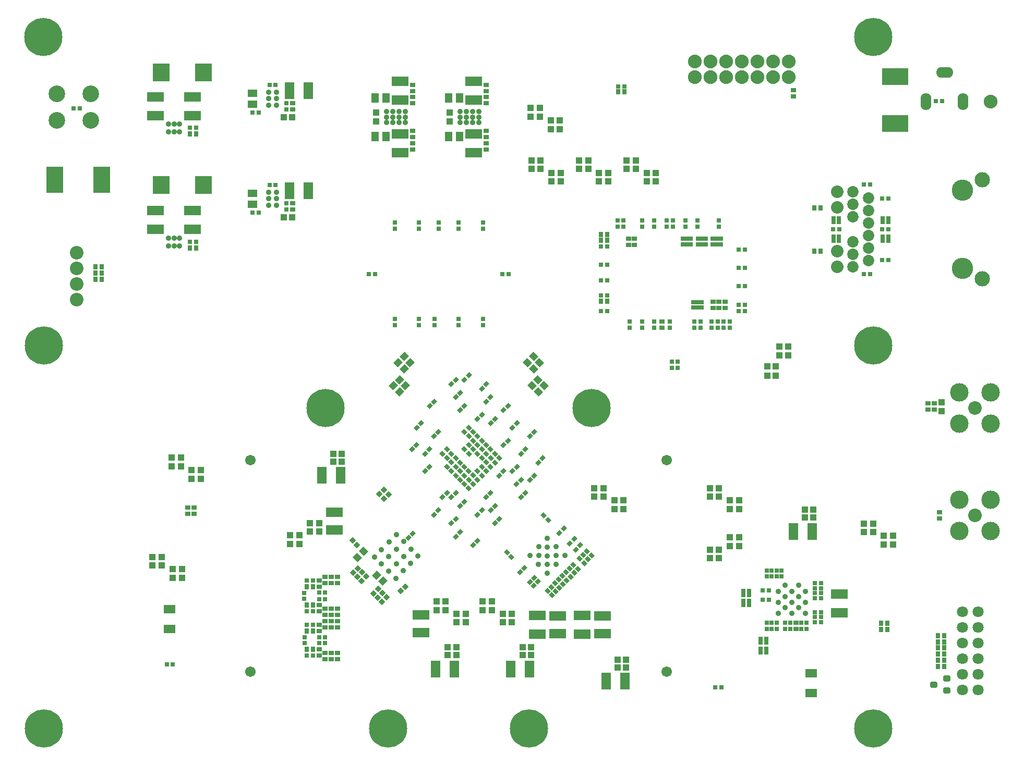
<source format=gbs>
G04 Layer_Color=16711935*
%FSLAX44Y44*%
%MOMM*%
G71*
G01*
G75*
%ADD77C,2.0320*%
%ADD108R,0.8032X0.7032*%
%ADD109R,1.0032X1.1032*%
G04:AMPARAMS|DCode=115|XSize=0.7032mm|YSize=0.8032mm|CornerRadius=0mm|HoleSize=0mm|Usage=FLASHONLY|Rotation=135.000|XOffset=0mm|YOffset=0mm|HoleType=Round|Shape=Rectangle|*
%AMROTATEDRECTD115*
4,1,4,0.5326,0.0354,-0.0354,-0.5326,-0.5326,-0.0354,0.0354,0.5326,0.5326,0.0354,0.0*
%
%ADD115ROTATEDRECTD115*%

G04:AMPARAMS|DCode=116|XSize=0.7032mm|YSize=0.8032mm|CornerRadius=0mm|HoleSize=0mm|Usage=FLASHONLY|Rotation=45.000|XOffset=0mm|YOffset=0mm|HoleType=Round|Shape=Rectangle|*
%AMROTATEDRECTD116*
4,1,4,0.0354,-0.5326,-0.5326,0.0354,-0.0354,0.5326,0.5326,-0.0354,0.0354,-0.5326,0.0*
%
%ADD116ROTATEDRECTD116*%

%ADD117R,2.8032X1.6032*%
%ADD119R,0.8128X0.8032*%
G04:AMPARAMS|DCode=122|XSize=0.8128mm|YSize=0.8032mm|CornerRadius=0mm|HoleSize=0mm|Usage=FLASHONLY|Rotation=45.000|XOffset=0mm|YOffset=0mm|HoleType=Round|Shape=Rectangle|*
%AMROTATEDRECTD122*
4,1,4,-0.0034,-0.5713,-0.5713,-0.0034,0.0034,0.5713,0.5713,0.0034,-0.0034,-0.5713,0.0*
%
%ADD122ROTATEDRECTD122*%

%ADD123R,0.8032X0.8128*%
%ADD124R,0.7532X0.7032*%
%ADD126R,0.7032X0.8032*%
G04:AMPARAMS|DCode=154|XSize=0.8128mm|YSize=0.8032mm|CornerRadius=0mm|HoleSize=0mm|Usage=FLASHONLY|Rotation=315.000|XOffset=0mm|YOffset=0mm|HoleType=Round|Shape=Rectangle|*
%AMROTATEDRECTD154*
4,1,4,-0.5713,0.0034,-0.0034,0.5713,0.5713,-0.0034,0.0034,-0.5713,-0.5713,0.0034,0.0*
%
%ADD154ROTATEDRECTD154*%

%ADD157R,1.6032X2.8032*%
%ADD162R,1.1032X1.0032*%
%ADD163C,1.7032*%
%ADD166C,0.9032*%
%ADD167O,2.8032X1.7432*%
%ADD168O,1.7432X2.8032*%
%ADD169C,2.2352*%
%ADD170C,1.8542*%
%ADD171C,3.4544*%
%ADD172C,2.4892*%
%ADD173C,1.8032*%
%ADD176C,6.2032*%
%ADD177C,2.2032*%
%ADD179C,3.0032*%
%ADD180C,2.7032*%
%ADD181R,4.2032X2.7032*%
%ADD182R,2.7032X4.2032*%
%ADD183R,1.9032X1.4532*%
%ADD184R,2.7032X3.0032*%
%ADD185R,1.3032X1.6032*%
%ADD186R,1.6032X1.3032*%
G04:AMPARAMS|DCode=187|XSize=1.1032mm|YSize=1.0032mm|CornerRadius=0mm|HoleSize=0mm|Usage=FLASHONLY|Rotation=315.000|XOffset=0mm|YOffset=0mm|HoleType=Round|Shape=Rectangle|*
%AMROTATEDRECTD187*
4,1,4,-0.7447,0.0354,-0.0354,0.7447,0.7447,-0.0354,0.0354,-0.7447,-0.7447,0.0354,0.0*
%
%ADD187ROTATEDRECTD187*%

G04:AMPARAMS|DCode=188|XSize=1.1032mm|YSize=1.0032mm|CornerRadius=0mm|HoleSize=0mm|Usage=FLASHONLY|Rotation=45.000|XOffset=0mm|YOffset=0mm|HoleType=Round|Shape=Rectangle|*
%AMROTATEDRECTD188*
4,1,4,-0.0354,-0.7447,-0.7447,-0.0354,0.0354,0.7447,0.7447,0.0354,-0.0354,-0.7447,0.0*
%
%ADD188ROTATEDRECTD188*%

%ADD189R,0.6032X0.7532*%
G04:AMPARAMS|DCode=190|XSize=1.0032mm|YSize=1.2032mm|CornerRadius=0.3016mm|HoleSize=0mm|Usage=FLASHONLY|Rotation=90.000|XOffset=0mm|YOffset=0mm|HoleType=Round|Shape=RoundedRectangle|*
%AMROUNDEDRECTD190*
21,1,1.0032,0.6000,0,0,90.0*
21,1,0.4000,1.2032,0,0,90.0*
1,1,0.6032,0.3000,0.2000*
1,1,0.6032,0.3000,-0.2000*
1,1,0.6032,-0.3000,-0.2000*
1,1,0.6032,-0.3000,0.2000*
%
%ADD190ROUNDEDRECTD190*%
D77*
X1826800Y1289040D02*
D03*
Y1314440D02*
D03*
Y1385560D02*
D03*
Y1410960D02*
D03*
D108*
X785960Y1515000D02*
D03*
X775960D02*
D03*
X915214Y1585000D02*
D03*
X905214D02*
D03*
Y1422500D02*
D03*
X915214D02*
D03*
X785960Y1330000D02*
D03*
X775960D02*
D03*
X985750Y677500D02*
D03*
X995750D02*
D03*
X995750Y687500D02*
D03*
X985750D02*
D03*
X965750Y707500D02*
D03*
X975750D02*
D03*
X738500Y643000D02*
D03*
X748500D02*
D03*
X887714Y1540000D02*
D03*
X877714D02*
D03*
X887714Y1377500D02*
D03*
X877714D02*
D03*
X1471000Y1582500D02*
D03*
X1481000D02*
D03*
X1820000Y1350000D02*
D03*
X1830000D02*
D03*
X1910000Y1400000D02*
D03*
X1900000D02*
D03*
X1870000Y1423000D02*
D03*
X1880000D02*
D03*
X1910000Y1300000D02*
D03*
X1900000D02*
D03*
X1870000Y1277500D02*
D03*
X1880000D02*
D03*
X1900000Y1350000D02*
D03*
X1910000D02*
D03*
X1443000Y1322500D02*
D03*
X1453000D02*
D03*
X1443000Y1292500D02*
D03*
X1453000D02*
D03*
X1443000Y1267500D02*
D03*
X1453000D02*
D03*
X1443000Y1242500D02*
D03*
X1453000D02*
D03*
X1443000Y1217500D02*
D03*
X1453000D02*
D03*
X1667000Y1317500D02*
D03*
X1677000D02*
D03*
X1667000Y1287500D02*
D03*
X1677000D02*
D03*
X1667000Y1257500D02*
D03*
X1677000D02*
D03*
X1667000Y1227500D02*
D03*
X1677000D02*
D03*
X1667000Y1217500D02*
D03*
X1677000D02*
D03*
X1987000Y1558250D02*
D03*
X1997000D02*
D03*
X1283250Y1277500D02*
D03*
X1293250D02*
D03*
X1066750Y1277500D02*
D03*
X1076750D02*
D03*
X1628500Y606000D02*
D03*
X1638500D02*
D03*
X1715500Y763500D02*
D03*
X1705500D02*
D03*
Y748500D02*
D03*
X1715500D02*
D03*
X1790500Y712000D02*
D03*
X1800500D02*
D03*
X1790500Y720000D02*
D03*
X1800500D02*
D03*
X1790500Y728000D02*
D03*
X1800500D02*
D03*
X1790500Y751000D02*
D03*
X1800500D02*
D03*
X1790500Y759000D02*
D03*
X1800500D02*
D03*
X1790500Y767000D02*
D03*
X1800500D02*
D03*
X1790500Y775000D02*
D03*
X1800500D02*
D03*
X587073Y1546298D02*
D03*
X597073D02*
D03*
X965750Y779500D02*
D03*
X975750D02*
D03*
X985750Y759750D02*
D03*
X995750D02*
D03*
X985750Y749250D02*
D03*
X995750D02*
D03*
X965750Y729500D02*
D03*
X975750D02*
D03*
X965750Y657500D02*
D03*
X975750D02*
D03*
D109*
X942214Y1532500D02*
D03*
X928214D02*
D03*
X942214Y1370000D02*
D03*
X928214D02*
D03*
X1713000Y1127500D02*
D03*
X1727000D02*
D03*
X1713000Y1112500D02*
D03*
X1727000D02*
D03*
X1733000Y1160000D02*
D03*
X1747000D02*
D03*
X1733000Y1145000D02*
D03*
X1747000D02*
D03*
X1774000Y894500D02*
D03*
X1788000D02*
D03*
X1774000Y882000D02*
D03*
X1788000D02*
D03*
X1470213Y638358D02*
D03*
X1484213D02*
D03*
X1470213Y650858D02*
D03*
X1484213D02*
D03*
X1316213Y658358D02*
D03*
X1330213D02*
D03*
X1316213Y670858D02*
D03*
X1330213D02*
D03*
X1208463Y658358D02*
D03*
X1194463D02*
D03*
X1208463Y670858D02*
D03*
X1194463D02*
D03*
X1008693Y972858D02*
D03*
X1022693D02*
D03*
X1008693Y985358D02*
D03*
X1022693D02*
D03*
D115*
X1179286Y1020786D02*
D03*
X1172215Y1013714D02*
D03*
X1137785Y856036D02*
D03*
X1130714Y848964D02*
D03*
X1207464Y1077215D02*
D03*
X1214536Y1084286D02*
D03*
X1285214Y999464D02*
D03*
X1292285Y1006536D02*
D03*
X1143785Y999536D02*
D03*
X1136714Y992465D02*
D03*
X1165035Y992535D02*
D03*
X1157964Y985464D02*
D03*
X1157964Y957215D02*
D03*
X1165035Y964286D02*
D03*
X1186214Y914715D02*
D03*
X1193286Y921786D02*
D03*
X1200464Y914715D02*
D03*
X1207535Y921786D02*
D03*
X1214464Y900464D02*
D03*
X1221535Y907535D02*
D03*
X1172214Y886464D02*
D03*
X1179286Y893536D02*
D03*
X1200464Y872215D02*
D03*
X1207535Y879286D02*
D03*
X1214536Y858036D02*
D03*
X1207465Y850964D02*
D03*
X1242714Y886464D02*
D03*
X1249786Y893536D02*
D03*
X1256964Y914715D02*
D03*
X1264035Y921786D02*
D03*
X1271285Y900536D02*
D03*
X1264214Y893465D02*
D03*
X1242786Y844035D02*
D03*
X1235714Y836964D02*
D03*
X1271215Y872215D02*
D03*
X1278286Y879286D02*
D03*
X1278214Y949965D02*
D03*
X1285285Y957036D02*
D03*
X1299465Y957215D02*
D03*
X1306535Y964286D02*
D03*
X1306464Y935965D02*
D03*
X1313535Y943036D02*
D03*
X1313714Y914715D02*
D03*
X1320786Y921786D02*
D03*
X1327678Y942964D02*
D03*
X1334749Y950036D02*
D03*
X1313714Y985464D02*
D03*
X1320786Y992536D02*
D03*
X1341714Y971215D02*
D03*
X1348786Y978286D02*
D03*
X1327678Y1013715D02*
D03*
X1334749Y1020786D02*
D03*
X1299465Y1027964D02*
D03*
X1306535Y1035035D02*
D03*
X1249786Y1049035D02*
D03*
X1242714Y1041964D02*
D03*
X1271285Y1042036D02*
D03*
X1264214Y1034965D02*
D03*
X1292286Y1063036D02*
D03*
X1285215Y1055964D02*
D03*
X1264035Y1077286D02*
D03*
X1256964Y1070214D02*
D03*
X1221536Y1063036D02*
D03*
X1214464Y1055964D02*
D03*
X1249965Y1091464D02*
D03*
X1257036Y1098536D02*
D03*
X1151036Y1035035D02*
D03*
X1143964Y1027964D02*
D03*
X1165214Y1063214D02*
D03*
X1172286Y1070285D02*
D03*
X1207536Y1105786D02*
D03*
X1200464Y1098714D02*
D03*
X1221714Y1105726D02*
D03*
X1228785Y1112797D02*
D03*
X1311678Y792822D02*
D03*
X1318749Y799893D02*
D03*
X1327678Y776822D02*
D03*
X1334749Y783893D02*
D03*
X1333678Y770822D02*
D03*
X1340749Y777893D02*
D03*
X1382749Y863893D02*
D03*
X1375678Y856822D02*
D03*
X1399749Y846893D02*
D03*
X1392678Y839822D02*
D03*
X1402678Y829822D02*
D03*
X1409749Y836893D02*
D03*
D116*
X1228715Y1027786D02*
D03*
X1235786Y1020714D02*
D03*
X1228785Y1013715D02*
D03*
X1221714Y1020786D02*
D03*
X1193214Y992536D02*
D03*
X1200286Y985464D02*
D03*
X1200285Y957214D02*
D03*
X1193214Y964286D02*
D03*
X1186215Y985286D02*
D03*
X1193286Y978214D02*
D03*
X1242714Y1013786D02*
D03*
X1249786Y1006714D02*
D03*
X1242785Y999464D02*
D03*
X1235714Y1006535D02*
D03*
X1235786Y992465D02*
D03*
X1228715Y999536D02*
D03*
X1221714Y992536D02*
D03*
X1228786Y985464D02*
D03*
X1207465Y978286D02*
D03*
X1214536Y971215D02*
D03*
X1200464Y971286D02*
D03*
X1207535Y964214D02*
D03*
X1256964Y999536D02*
D03*
X1264035Y992465D02*
D03*
X1257036Y985464D02*
D03*
X1249965Y992535D02*
D03*
X1249786Y978465D02*
D03*
X1242714Y985536D02*
D03*
X1221464Y964286D02*
D03*
X1228536Y957215D02*
D03*
X1214464Y957036D02*
D03*
X1221535Y949965D02*
D03*
X1214536Y942964D02*
D03*
X1207464Y950035D02*
D03*
X1271215Y985536D02*
D03*
X1278286Y978465D02*
D03*
X1271285Y971215D02*
D03*
X1264214Y978286D02*
D03*
X1264035Y964214D02*
D03*
X1256964Y971285D02*
D03*
X1249965Y964286D02*
D03*
X1257036Y957215D02*
D03*
X1249786Y949964D02*
D03*
X1242714Y957036D02*
D03*
X1235714Y950286D02*
D03*
X1242786Y943214D02*
D03*
X1235786Y935964D02*
D03*
X1228715Y943036D02*
D03*
X1221464Y936036D02*
D03*
X1228536Y928964D02*
D03*
X1290464Y825035D02*
D03*
X1297536Y817964D02*
D03*
X1350464Y885035D02*
D03*
X1357536Y877964D02*
D03*
X1356678Y762893D02*
D03*
X1363749Y755822D02*
D03*
X1362678Y768893D02*
D03*
X1369749Y761822D02*
D03*
X1368678Y774893D02*
D03*
X1375749Y767822D02*
D03*
X1374678Y780893D02*
D03*
X1381749Y773822D02*
D03*
X1380678Y786893D02*
D03*
X1387749Y779822D02*
D03*
X1386678Y792893D02*
D03*
X1393749Y785822D02*
D03*
X1392678Y798893D02*
D03*
X1399749Y791822D02*
D03*
X1398678Y804893D02*
D03*
X1405749Y797822D02*
D03*
X1408678Y814893D02*
D03*
X1415749Y807822D02*
D03*
X1414678Y820893D02*
D03*
X1421749Y813822D02*
D03*
X1427749Y819822D02*
D03*
X1420678Y826893D02*
D03*
D117*
X720000Y1565240D02*
D03*
Y1534760D02*
D03*
X780000Y1565240D02*
D03*
Y1534760D02*
D03*
X1237048Y1505240D02*
D03*
Y1474760D02*
D03*
Y1559760D02*
D03*
Y1590240D02*
D03*
X1117628Y1559760D02*
D03*
Y1590240D02*
D03*
Y1505240D02*
D03*
Y1474760D02*
D03*
X720000Y1380240D02*
D03*
Y1349760D02*
D03*
X780000Y1380240D02*
D03*
Y1349760D02*
D03*
X1830000Y726760D02*
D03*
Y757240D02*
D03*
X1151000Y694420D02*
D03*
Y723376D02*
D03*
X1010750Y861526D02*
D03*
Y890482D02*
D03*
X1340249Y692260D02*
D03*
Y722740D02*
D03*
X1372749Y721724D02*
D03*
Y692768D02*
D03*
X1412999Y692260D02*
D03*
Y722740D02*
D03*
X1445499Y721724D02*
D03*
Y692768D02*
D03*
D119*
X1257048Y1554920D02*
D03*
Y1565080D02*
D03*
Y1574920D02*
D03*
Y1585080D02*
D03*
X1137628Y1554920D02*
D03*
Y1565080D02*
D03*
Y1574920D02*
D03*
Y1585080D02*
D03*
X1257048Y1510080D02*
D03*
Y1499920D02*
D03*
Y1479920D02*
D03*
Y1490080D02*
D03*
X942714Y1555080D02*
D03*
Y1544920D02*
D03*
X1137628Y1510080D02*
D03*
Y1499920D02*
D03*
Y1490080D02*
D03*
Y1479920D02*
D03*
X942714Y1392580D02*
D03*
Y1382420D02*
D03*
X985750Y739580D02*
D03*
Y729420D02*
D03*
Y769420D02*
D03*
Y779580D02*
D03*
X1645000Y1222420D02*
D03*
Y1232580D02*
D03*
X1635000Y1222420D02*
D03*
Y1232580D02*
D03*
X1625000Y1222420D02*
D03*
Y1232580D02*
D03*
X1542500Y1190420D02*
D03*
Y1200580D02*
D03*
X1497750Y1324920D02*
D03*
Y1335080D02*
D03*
X1487750Y1324920D02*
D03*
Y1335080D02*
D03*
X1992500Y879920D02*
D03*
Y890080D02*
D03*
X1984000Y1056920D02*
D03*
Y1067080D02*
D03*
X1974000Y1056920D02*
D03*
Y1067080D02*
D03*
X1759500Y700920D02*
D03*
Y711080D02*
D03*
X782710Y887500D02*
D03*
Y897660D02*
D03*
X772710Y887500D02*
D03*
Y897660D02*
D03*
X1015750Y775420D02*
D03*
Y785580D02*
D03*
X1005750Y775420D02*
D03*
Y785580D02*
D03*
X995750Y775420D02*
D03*
Y785580D02*
D03*
X1015750Y723420D02*
D03*
Y733580D02*
D03*
X1005750Y723420D02*
D03*
Y733580D02*
D03*
X995750Y723420D02*
D03*
Y733580D02*
D03*
X1015750Y703420D02*
D03*
Y713580D02*
D03*
X1005750Y703420D02*
D03*
Y713580D02*
D03*
X995750Y703420D02*
D03*
Y713580D02*
D03*
X1015750Y651420D02*
D03*
Y661580D02*
D03*
X1005750Y651420D02*
D03*
Y661580D02*
D03*
X995750Y651420D02*
D03*
Y661580D02*
D03*
X985750Y667580D02*
D03*
Y657420D02*
D03*
Y697420D02*
D03*
Y707580D02*
D03*
X1756000Y1576080D02*
D03*
Y1565920D02*
D03*
D122*
X1047092Y837158D02*
D03*
X1039908Y844342D02*
D03*
D123*
X2000080Y640000D02*
D03*
X1989920D02*
D03*
X2000080Y650000D02*
D03*
X1989920D02*
D03*
X1897920Y710000D02*
D03*
X1908080D02*
D03*
Y700000D02*
D03*
X1897920D02*
D03*
X775880Y1505000D02*
D03*
X786040D02*
D03*
X775880Y1320000D02*
D03*
X786040D02*
D03*
X965670Y697500D02*
D03*
X975830D02*
D03*
X1989920Y660000D02*
D03*
X2000080D02*
D03*
X1989920Y670000D02*
D03*
X2000080D02*
D03*
X1470920Y1573500D02*
D03*
X1481080D02*
D03*
X1789920Y1315000D02*
D03*
X1800080D02*
D03*
X1789920Y1385000D02*
D03*
X1800080D02*
D03*
X1442920Y1342000D02*
D03*
X1453080D02*
D03*
X1442920Y1332000D02*
D03*
X1453080D02*
D03*
X1442920Y1233000D02*
D03*
X1453080D02*
D03*
X622420Y1268747D02*
D03*
X632580D02*
D03*
X622420Y1278747D02*
D03*
X632580D02*
D03*
X965670Y739500D02*
D03*
X975830D02*
D03*
X965670Y769500D02*
D03*
X975830D02*
D03*
X965670Y667500D02*
D03*
X975830D02*
D03*
X1989920Y680000D02*
D03*
X2000080D02*
D03*
Y690000D02*
D03*
X1989920D02*
D03*
X622420Y1289000D02*
D03*
X632580D02*
D03*
D124*
X1820500Y1331800D02*
D03*
Y1338200D02*
D03*
X1829500Y1331800D02*
D03*
Y1338200D02*
D03*
X1820500Y1361800D02*
D03*
Y1368200D02*
D03*
X1829500Y1361800D02*
D03*
Y1368200D02*
D03*
X1900500Y1361800D02*
D03*
Y1368200D02*
D03*
X1909500Y1361800D02*
D03*
Y1368200D02*
D03*
X1900500Y1331800D02*
D03*
Y1338200D02*
D03*
X1909500Y1331800D02*
D03*
Y1338200D02*
D03*
X1702700Y668700D02*
D03*
X1711700D02*
D03*
X1702700Y662300D02*
D03*
X1711700D02*
D03*
X1702700Y678550D02*
D03*
Y684950D02*
D03*
X1711700Y678550D02*
D03*
Y684950D02*
D03*
X1674750Y739800D02*
D03*
Y746200D02*
D03*
X1683750Y739800D02*
D03*
Y746200D02*
D03*
X1674750Y755800D02*
D03*
Y762200D02*
D03*
X1683750Y755800D02*
D03*
Y762200D02*
D03*
D126*
X932714Y1545000D02*
D03*
Y1555000D02*
D03*
X962000Y687500D02*
D03*
Y677500D02*
D03*
X932714Y1382500D02*
D03*
Y1392500D02*
D03*
X1635000Y1354500D02*
D03*
Y1364500D02*
D03*
X1600000Y1354500D02*
D03*
Y1364500D02*
D03*
X1580000Y1354500D02*
D03*
Y1364500D02*
D03*
X1560000Y1354500D02*
D03*
Y1364500D02*
D03*
X1550000Y1354500D02*
D03*
Y1364500D02*
D03*
X1530000Y1354500D02*
D03*
Y1364500D02*
D03*
X1510000Y1354500D02*
D03*
Y1364500D02*
D03*
X1480000Y1354500D02*
D03*
Y1364500D02*
D03*
X1470000Y1354500D02*
D03*
Y1364500D02*
D03*
X1652500Y1190500D02*
D03*
Y1200500D02*
D03*
X1642500D02*
D03*
Y1190500D02*
D03*
X1632500Y1200500D02*
D03*
Y1190500D02*
D03*
X1622500Y1190500D02*
D03*
Y1200500D02*
D03*
X1604750Y1190500D02*
D03*
Y1200500D02*
D03*
X1595000Y1190500D02*
D03*
Y1200500D02*
D03*
X1555000Y1190500D02*
D03*
Y1200500D02*
D03*
X1530000Y1190500D02*
D03*
Y1200500D02*
D03*
X1510000Y1190500D02*
D03*
Y1200500D02*
D03*
X1490000Y1190500D02*
D03*
Y1200500D02*
D03*
X1567999Y1125000D02*
D03*
Y1135000D02*
D03*
X1557999Y1125000D02*
D03*
Y1135000D02*
D03*
X1251500Y1350750D02*
D03*
Y1360750D02*
D03*
X1212500Y1350750D02*
D03*
Y1360750D02*
D03*
X1180000Y1350750D02*
D03*
Y1360750D02*
D03*
X1147500Y1350750D02*
D03*
Y1360750D02*
D03*
X1108500Y1350750D02*
D03*
Y1360750D02*
D03*
X1251500Y1194250D02*
D03*
Y1204250D02*
D03*
X1212500Y1194250D02*
D03*
Y1204250D02*
D03*
X1173500Y1194250D02*
D03*
Y1204250D02*
D03*
X1147500Y1194250D02*
D03*
Y1204250D02*
D03*
X1108500Y1194250D02*
D03*
Y1204250D02*
D03*
X1736500Y786000D02*
D03*
Y796000D02*
D03*
X1728500Y786000D02*
D03*
Y796000D02*
D03*
X1720500Y786000D02*
D03*
Y796000D02*
D03*
X1712500Y786000D02*
D03*
Y796000D02*
D03*
X1776500Y701000D02*
D03*
Y711000D02*
D03*
X1768500Y701000D02*
D03*
Y711000D02*
D03*
X1750500Y701000D02*
D03*
Y711000D02*
D03*
X1742500Y701000D02*
D03*
Y711000D02*
D03*
X1728500Y701000D02*
D03*
Y711000D02*
D03*
X1720500Y701000D02*
D03*
Y711000D02*
D03*
X1712500Y701000D02*
D03*
Y711000D02*
D03*
X961750Y749500D02*
D03*
Y759500D02*
D03*
D154*
X1125592Y769592D02*
D03*
X1118408Y762408D02*
D03*
X1083629Y919781D02*
D03*
X1090813Y926966D02*
D03*
X1091407Y912003D02*
D03*
X1098591Y919187D02*
D03*
X1041158Y792158D02*
D03*
X1048342Y799342D02*
D03*
X1054658Y778908D02*
D03*
X1061842Y786092D02*
D03*
X1047908Y785658D02*
D03*
X1055092Y792842D02*
D03*
X1087908Y745158D02*
D03*
X1095092Y752342D02*
D03*
X1074408Y758658D02*
D03*
X1081592Y765842D02*
D03*
X1081158Y751908D02*
D03*
X1088342Y759092D02*
D03*
D157*
X937474Y1575000D02*
D03*
X967954D02*
D03*
X937474Y1412500D02*
D03*
X967954D02*
D03*
X1786240Y859500D02*
D03*
X1755760D02*
D03*
X1451973Y615858D02*
D03*
X1482453D02*
D03*
X1296973Y635858D02*
D03*
X1327453D02*
D03*
X1174473Y635858D02*
D03*
X1204953D02*
D03*
X990473Y950358D02*
D03*
X1020953D02*
D03*
D162*
X1197750Y1525500D02*
D03*
Y1539500D02*
D03*
X1078048Y1539500D02*
D03*
Y1525500D02*
D03*
X1996000Y1055000D02*
D03*
Y1069000D02*
D03*
X1532500Y1428000D02*
D03*
Y1442000D02*
D03*
X1517500Y1428000D02*
D03*
Y1442000D02*
D03*
X1500000Y1448000D02*
D03*
Y1462000D02*
D03*
X1485000Y1448000D02*
D03*
Y1462000D02*
D03*
X1455250Y1428000D02*
D03*
Y1442000D02*
D03*
X1440250Y1428000D02*
D03*
Y1442000D02*
D03*
X1422750Y1448000D02*
D03*
Y1462000D02*
D03*
X1407750Y1448000D02*
D03*
Y1462000D02*
D03*
X1377750Y1428000D02*
D03*
Y1442000D02*
D03*
X1362750Y1428000D02*
D03*
Y1442000D02*
D03*
X1345250Y1448000D02*
D03*
Y1462000D02*
D03*
X1330250Y1448000D02*
D03*
Y1462000D02*
D03*
X1376750Y1513000D02*
D03*
Y1527000D02*
D03*
X1361750Y1513000D02*
D03*
Y1527000D02*
D03*
X1344250Y1533000D02*
D03*
Y1547000D02*
D03*
X1329250Y1533000D02*
D03*
Y1547000D02*
D03*
X1917500Y838000D02*
D03*
Y852000D02*
D03*
X1902500Y838000D02*
D03*
Y852000D02*
D03*
X1885000Y858000D02*
D03*
Y872000D02*
D03*
X1870000Y858000D02*
D03*
Y872000D02*
D03*
X1667500Y895500D02*
D03*
Y909500D02*
D03*
X1652500Y895500D02*
D03*
Y909500D02*
D03*
X1635000Y915500D02*
D03*
Y929500D02*
D03*
X1620000Y915500D02*
D03*
Y929500D02*
D03*
X1667500Y835500D02*
D03*
Y849500D02*
D03*
X1652500Y835500D02*
D03*
Y849500D02*
D03*
X1635000Y815500D02*
D03*
Y829500D02*
D03*
X1620000Y815500D02*
D03*
Y829500D02*
D03*
X1480000Y895500D02*
D03*
Y909500D02*
D03*
X1465000Y895500D02*
D03*
Y909500D02*
D03*
X1447500Y915500D02*
D03*
Y929500D02*
D03*
X1432500Y915500D02*
D03*
Y929500D02*
D03*
X1298713Y711358D02*
D03*
Y725358D02*
D03*
X1283713Y711358D02*
D03*
Y725358D02*
D03*
X1266213Y731358D02*
D03*
Y745358D02*
D03*
X1251213Y731358D02*
D03*
Y745358D02*
D03*
X1223713Y711358D02*
D03*
Y725358D02*
D03*
X1208713Y711358D02*
D03*
Y725358D02*
D03*
X1191213Y731358D02*
D03*
Y745358D02*
D03*
X1176213Y731358D02*
D03*
Y745358D02*
D03*
X986213Y858858D02*
D03*
Y872858D02*
D03*
X971213Y858858D02*
D03*
Y872858D02*
D03*
X953713Y838858D02*
D03*
Y852858D02*
D03*
X938713Y838858D02*
D03*
Y852858D02*
D03*
X763000Y783750D02*
D03*
Y797750D02*
D03*
X748000Y783750D02*
D03*
Y797750D02*
D03*
X730500Y803750D02*
D03*
Y817750D02*
D03*
X715500Y803750D02*
D03*
Y817750D02*
D03*
X794000Y945000D02*
D03*
Y959000D02*
D03*
X779000Y945000D02*
D03*
Y959000D02*
D03*
X761500Y965000D02*
D03*
Y979000D02*
D03*
X746500Y965000D02*
D03*
Y979000D02*
D03*
D163*
X1549920Y631202D02*
D03*
Y975118D02*
D03*
X874280Y631202D02*
D03*
Y975118D02*
D03*
D166*
X1356213Y819358D02*
D03*
X1110282Y783245D02*
D03*
X1775390Y762110D02*
D03*
X1384674Y819888D02*
D03*
X1370709Y805923D02*
D03*
X1356213Y791427D02*
D03*
X1370179Y819888D02*
D03*
X1356213Y805923D02*
D03*
X1370179Y834384D02*
D03*
X1341718Y805923D02*
D03*
X1356213Y833854D02*
D03*
X1342248Y819888D02*
D03*
X1356213Y848349D02*
D03*
X1342248Y834384D02*
D03*
X1327752Y819888D02*
D03*
X1110989Y830621D02*
D03*
X1098968Y818600D02*
D03*
X1086947Y829207D02*
D03*
X1075633Y817893D02*
D03*
X1086947Y806580D02*
D03*
X1099675Y841935D02*
D03*
X1111696Y853956D02*
D03*
X1123010Y842642D02*
D03*
X1110989Y806580D02*
D03*
X1098968Y794559D02*
D03*
X1122303Y795266D02*
D03*
X1123010Y818600D02*
D03*
X1135031Y830621D02*
D03*
X1134323Y807287D02*
D03*
X1146344Y819308D02*
D03*
X916214Y1389500D02*
D03*
X904214D02*
D03*
X916214Y1400000D02*
D03*
X904214D02*
D03*
X916214Y1410500D02*
D03*
X904214D02*
D03*
X750480Y1323290D02*
D03*
X759370D02*
D03*
X741590D02*
D03*
X759370Y1335990D02*
D03*
X750480D02*
D03*
X741590D02*
D03*
X916214Y1552000D02*
D03*
X904214D02*
D03*
X916214Y1562500D02*
D03*
X904214D02*
D03*
X916214Y1573000D02*
D03*
X904214D02*
D03*
X1224468Y1532500D02*
D03*
Y1541390D02*
D03*
Y1523610D02*
D03*
X1214308Y1541390D02*
D03*
Y1532500D02*
D03*
Y1523610D02*
D03*
X1244788D02*
D03*
Y1532500D02*
D03*
Y1541390D02*
D03*
X1234628Y1523610D02*
D03*
Y1541390D02*
D03*
Y1532500D02*
D03*
X759370Y1520990D02*
D03*
X741590Y1508290D02*
D03*
X759370D02*
D03*
X750480D02*
D03*
X1764500Y772000D02*
D03*
X1742500D02*
D03*
X1775390Y726110D02*
D03*
Y744110D02*
D03*
X1731500Y762110D02*
D03*
X1753500D02*
D03*
X1742500Y753110D02*
D03*
X1764500D02*
D03*
X1731500Y744110D02*
D03*
X1753500D02*
D03*
X1742500Y735110D02*
D03*
X1764500D02*
D03*
X1731500Y726110D02*
D03*
X1753500D02*
D03*
X1105048Y1532500D02*
D03*
X1105048Y1541390D02*
D03*
Y1523610D02*
D03*
X1094888Y1541390D02*
D03*
Y1532500D02*
D03*
Y1523610D02*
D03*
X1125368D02*
D03*
Y1532500D02*
D03*
Y1541390D02*
D03*
X1115208Y1523610D02*
D03*
Y1541390D02*
D03*
X1115208Y1532500D02*
D03*
X750480Y1520990D02*
D03*
X741590D02*
D03*
D167*
X2001000Y1605000D02*
D03*
D168*
X1971000Y1558000D02*
D03*
X2031000D02*
D03*
D169*
X2076000D02*
D03*
X1747700Y1597100D02*
D03*
X1722300D02*
D03*
X1696900D02*
D03*
X1671500D02*
D03*
X1646100D02*
D03*
X1747700Y1622500D02*
D03*
X1722300D02*
D03*
X1696900D02*
D03*
X1671500D02*
D03*
X1646100D02*
D03*
X1620700D02*
D03*
Y1597100D02*
D03*
X1595300Y1622500D02*
D03*
Y1597100D02*
D03*
D170*
X1852200Y1289040D02*
D03*
Y1309360D02*
D03*
Y1329680D02*
D03*
Y1370320D02*
D03*
Y1390640D02*
D03*
Y1410960D02*
D03*
X1877600Y1299200D02*
D03*
Y1319520D02*
D03*
Y1339840D02*
D03*
Y1360160D02*
D03*
Y1380480D02*
D03*
Y1400800D02*
D03*
D171*
X2030000Y1286500D02*
D03*
Y1413500D02*
D03*
D172*
X2061750Y1430645D02*
D03*
Y1269355D02*
D03*
D173*
X2055100Y627300D02*
D03*
X2029700D02*
D03*
Y601900D02*
D03*
X2055100D02*
D03*
Y728900D02*
D03*
X2029700D02*
D03*
Y703500D02*
D03*
X2055100D02*
D03*
Y678100D02*
D03*
X2029700D02*
D03*
Y652700D02*
D03*
X2055100D02*
D03*
D176*
X996200Y1059700D02*
D03*
X539000Y1161300D02*
D03*
Y539000D02*
D03*
X1097800D02*
D03*
X1326400D02*
D03*
X1884946Y538746D02*
D03*
X1885200Y1161300D02*
D03*
X1428000Y1059700D02*
D03*
X1885200Y1662430D02*
D03*
X538480D02*
D03*
D177*
X592000Y1235647D02*
D03*
Y1261047D02*
D03*
Y1286447D02*
D03*
Y1311847D02*
D03*
X2050000Y885000D02*
D03*
Y1060000D02*
D03*
D179*
X2075400Y910400D02*
D03*
Y859600D02*
D03*
X2024600D02*
D03*
Y910400D02*
D03*
X2075400Y1085400D02*
D03*
Y1034600D02*
D03*
X2024600D02*
D03*
Y1085400D02*
D03*
D180*
X615000Y1570000D02*
D03*
X560000D02*
D03*
Y1527500D02*
D03*
X615000D02*
D03*
D181*
X1921000Y1521900D02*
D03*
Y1598100D02*
D03*
D182*
X633100Y1431000D02*
D03*
X556900D02*
D03*
D183*
X1784755Y596750D02*
D03*
Y628750D02*
D03*
X742739Y733000D02*
D03*
Y701000D02*
D03*
D184*
X729710Y1605000D02*
D03*
X798290D02*
D03*
X729710Y1422500D02*
D03*
X798290D02*
D03*
D185*
X1195768Y1501000D02*
D03*
X1213548D02*
D03*
X1213548Y1563920D02*
D03*
X1195768D02*
D03*
X1094128Y1563920D02*
D03*
X1076348D02*
D03*
X1094128Y1501000D02*
D03*
X1076348D02*
D03*
D186*
X877500Y1571390D02*
D03*
Y1553610D02*
D03*
X877500Y1391110D02*
D03*
Y1408890D02*
D03*
D187*
X1333663Y1143308D02*
D03*
X1323763Y1133408D02*
D03*
X1343663Y1133308D02*
D03*
X1333763Y1123408D02*
D03*
X1331263Y1095908D02*
D03*
X1341163Y1105808D02*
D03*
X1341263Y1085908D02*
D03*
X1351163Y1095808D02*
D03*
X1057950Y826950D02*
D03*
X1048050Y817050D02*
D03*
D188*
X1123763Y1143308D02*
D03*
X1133663Y1133408D02*
D03*
X1113763Y1133308D02*
D03*
X1123663Y1123408D02*
D03*
X1126163Y1095908D02*
D03*
X1116264Y1105807D02*
D03*
X1116163Y1085908D02*
D03*
X1106263Y1095808D02*
D03*
X1089200Y778300D02*
D03*
X1079300Y788200D02*
D03*
D189*
X1624000Y1325500D02*
D03*
Y1334500D02*
D03*
X1629000Y1325500D02*
D03*
X1639000D02*
D03*
X1634000D02*
D03*
Y1334500D02*
D03*
X1629000D02*
D03*
X1639000D02*
D03*
X1599500Y1325500D02*
D03*
Y1334500D02*
D03*
X1604500Y1325500D02*
D03*
X1614500D02*
D03*
X1609500D02*
D03*
Y1334500D02*
D03*
X1604500D02*
D03*
X1614500D02*
D03*
X1575000Y1325500D02*
D03*
Y1334500D02*
D03*
X1580000Y1325500D02*
D03*
X1590000D02*
D03*
X1585000D02*
D03*
Y1334500D02*
D03*
X1580000D02*
D03*
X1590000D02*
D03*
X1592500Y1223000D02*
D03*
Y1232000D02*
D03*
X1597500Y1223000D02*
D03*
X1607500D02*
D03*
X1602500D02*
D03*
Y1232000D02*
D03*
X1597500D02*
D03*
X1607500D02*
D03*
D190*
X1983000Y610500D02*
D03*
X2005000Y601000D02*
D03*
Y620000D02*
D03*
M02*

</source>
